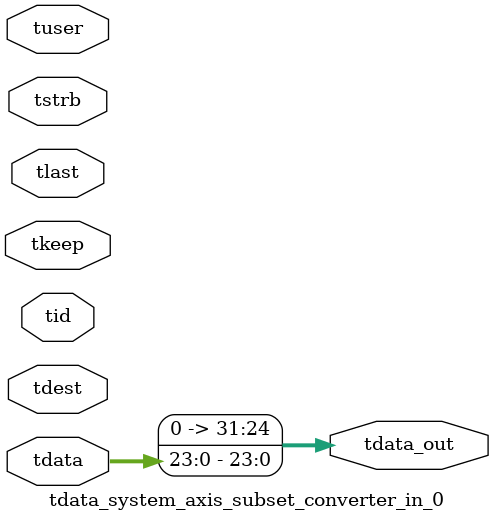
<source format=v>


`timescale 1ps/1ps

module tdata_system_axis_subset_converter_in_0 #
(
parameter C_S_AXIS_TDATA_WIDTH = 32,
parameter C_S_AXIS_TUSER_WIDTH = 0,
parameter C_S_AXIS_TID_WIDTH   = 0,
parameter C_S_AXIS_TDEST_WIDTH = 0,
parameter C_M_AXIS_TDATA_WIDTH = 32
)
(
input  [(C_S_AXIS_TDATA_WIDTH == 0 ? 1 : C_S_AXIS_TDATA_WIDTH)-1:0     ] tdata,
input  [(C_S_AXIS_TUSER_WIDTH == 0 ? 1 : C_S_AXIS_TUSER_WIDTH)-1:0     ] tuser,
input  [(C_S_AXIS_TID_WIDTH   == 0 ? 1 : C_S_AXIS_TID_WIDTH)-1:0       ] tid,
input  [(C_S_AXIS_TDEST_WIDTH == 0 ? 1 : C_S_AXIS_TDEST_WIDTH)-1:0     ] tdest,
input  [(C_S_AXIS_TDATA_WIDTH/8)-1:0 ] tkeep,
input  [(C_S_AXIS_TDATA_WIDTH/8)-1:0 ] tstrb,
input                                                                    tlast,
output [C_M_AXIS_TDATA_WIDTH-1:0] tdata_out
);

assign tdata_out = {tdata[23:0]};

endmodule


</source>
